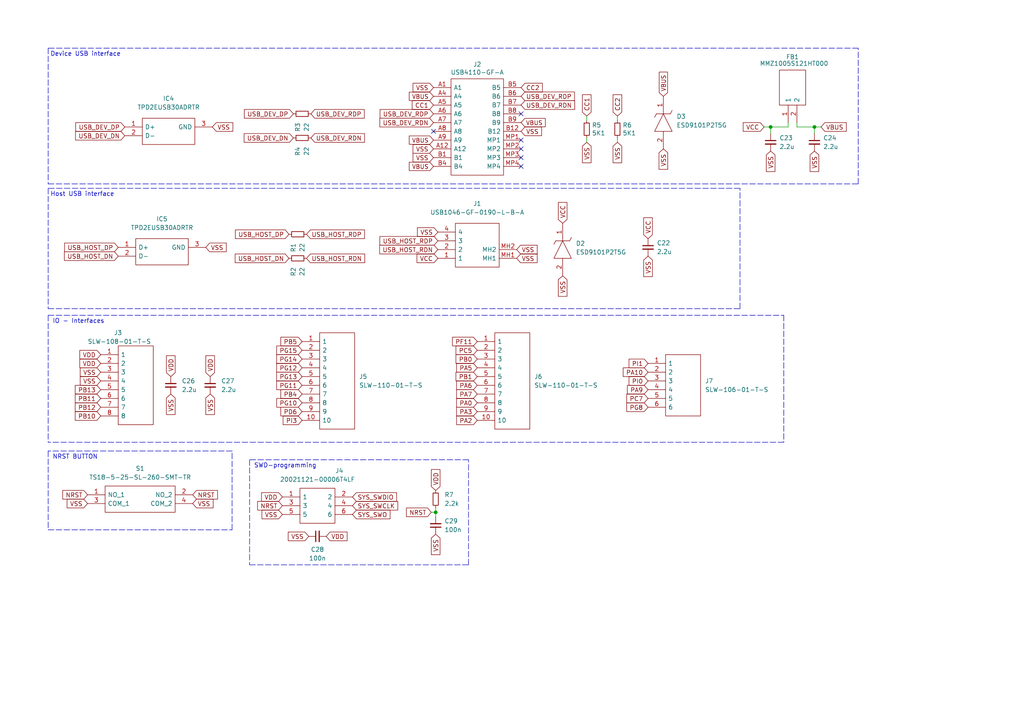
<source format=kicad_sch>
(kicad_sch (version 20211123) (generator eeschema)
  (paper "A4")
  (lib_symbols
    (symbol "Device:C_Small" (pin_numbers hide) (pin_names (offset 0.254) hide)
      (property "Reference" "C" (at 0.254 1.778 0))
      (property "Value" "C_Small" (at 0.254 -2.032 0))
      (symbol "C_Small_0_1"
        (polyline (pts (xy -1.524 -0.508) (xy 1.524 -0.508)) (stroke (width 0.3302)))
        (polyline (pts (xy -1.524 0.508) (xy 1.524 0.508)) (stroke (width 0.3048)))
      )
      (symbol "C_Small_1_1"
        (pin passive line (at 0 2.54 270) (length 2.032) (name "~") (number "1"))
        (pin passive line (at 0 -2.54 90) (length 2.032) (name "~") (number "2"))
      )
    )
    (symbol "Device:R_Small" (pin_numbers hide) (pin_names (offset 0.254) hide)
      (property "Reference" "R" (at 0.762 0.508 0))
      (property "Value" "R_Small" (at 0.762 -1.016 0))
      (symbol "R_Small_0_1"
        (rectangle (start -0.762 1.778) (end 0.762 -1.778) (stroke (width 0.2032)))
      )
      (symbol "R_Small_1_1"
        (pin passive line (at 0 2.54 270) (length 0.762) (name "~") (number "1"))
        (pin passive line (at 0 -2.54 90) (length 0.762) (name "~") (number "2"))
      )
    )
    (symbol "SamacSys_Parts:20021121-00006T4LF" (pin_names (offset 0.762))
      (property "Reference" "J" (at 16.51 7.62 0))
      (property "Value" "20021121-00006T4LF" (at 16.51 5.08 0))
      (symbol "20021121-00006T4LF_0_0"
        (pin passive line (at 0 0 0) (length 5.08) (name "1") (number "1"))
        (pin passive line (at 20.32 0 180) (length 5.08) (name "2") (number "2"))
        (pin passive line (at 0 -2.54 0) (length 5.08) (name "3") (number "3"))
        (pin passive line (at 20.32 -2.54 180) (length 5.08) (name "4") (number "4"))
        (pin passive line (at 0 -5.08 0) (length 5.08) (name "5") (number "5"))
        (pin passive line (at 20.32 -5.08 180) (length 5.08) (name "6") (number "6"))
      )
      (symbol "20021121-00006T4LF_0_1"
        (polyline (pts (xy 5.08 2.54) (xy 15.24 2.54) (xy 15.24 -7.62) (xy 5.08 -7.62) (xy 5.08 2.54)) (stroke (width 0.1524)))
      )
    )
    (symbol "SamacSys_Parts:ESD9101P2T5G" (pin_names (offset 0.762))
      (property "Reference" "D" (at 10.16 8.89 0))
      (property "Value" "ESD9101P2T5G" (at 10.16 6.35 0))
      (symbol "ESD9101P2T5G_0_0"
        (pin passive line (at 0 0 0) (length 5.08) (name "~") (number "1"))
        (pin passive line (at 15.24 0 180) (length 5.08) (name "~") (number "2"))
      )
      (symbol "ESD9101P2T5G_0_1"
        (polyline (pts (xy 4.064 2.54) (xy 5.08 2.032)) (stroke (width 0.1524)))
        (polyline (pts (xy 5.08 -2.032) (xy 5.08 2.032)) (stroke (width 0.1524)))
        (polyline (pts (xy 5.08 -2.032) (xy 6.096 -2.54)) (stroke (width 0.1524)))
        (polyline (pts (xy 5.08 0) (xy 10.16 2.54) (xy 10.16 -2.54) (xy 5.08 0)) (stroke (width 0.1524)))
      )
    )
    (symbol "SamacSys_Parts:MMZ1005S121HT000" (pin_names (offset 0.762))
      (property "Reference" "FB" (at 16.51 7.62 0))
      (property "Value" "MMZ1005S121HT000" (at 16.51 5.08 0))
      (symbol "MMZ1005S121HT000_0_0"
        (pin passive line (at 0 0 0) (length 5.08) (name "1") (number "1"))
        (pin passive line (at 0 -2.54 0) (length 5.08) (name "2") (number "2"))
      )
      (symbol "MMZ1005S121HT000_0_1"
        (polyline (pts (xy 5.08 2.54) (xy 15.24 2.54) (xy 15.24 -5.08) (xy 5.08 -5.08) (xy 5.08 2.54)) (stroke (width 0.1524)))
      )
    )
    (symbol "SamacSys_Parts:SLW-106-01-T-S" (pin_names (offset 0.762))
      (property "Reference" "J" (at 16.51 7.62 0))
      (property "Value" "SLW-106-01-T-S" (at 16.51 5.08 0))
      (symbol "SLW-106-01-T-S_0_0"
        (pin passive line (at 0 0 0) (length 5.08) (name "1") (number "1"))
        (pin passive line (at 0 -2.54 0) (length 5.08) (name "2") (number "2"))
        (pin passive line (at 0 -5.08 0) (length 5.08) (name "3") (number "3"))
        (pin passive line (at 0 -7.62 0) (length 5.08) (name "4") (number "4"))
        (pin passive line (at 0 -10.16 0) (length 5.08) (name "5") (number "5"))
        (pin passive line (at 0 -12.7 0) (length 5.08) (name "6") (number "6"))
      )
      (symbol "SLW-106-01-T-S_0_1"
        (polyline (pts (xy 5.08 2.54) (xy 15.24 2.54) (xy 15.24 -15.24) (xy 5.08 -15.24) (xy 5.08 2.54)) (stroke (width 0.1524)))
      )
    )
    (symbol "SamacSys_Parts:SLW-108-01-T-S" (pin_names (offset 0.762))
      (property "Reference" "J" (at 16.51 7.62 0))
      (property "Value" "SLW-108-01-T-S" (at 16.51 5.08 0))
      (symbol "SLW-108-01-T-S_0_0"
        (pin passive line (at 0 0 0) (length 5.08) (name "1") (number "1"))
        (pin passive line (at 0 -2.54 0) (length 5.08) (name "2") (number "2"))
        (pin passive line (at 0 -5.08 0) (length 5.08) (name "3") (number "3"))
        (pin passive line (at 0 -7.62 0) (length 5.08) (name "4") (number "4"))
        (pin passive line (at 0 -10.16 0) (length 5.08) (name "5") (number "5"))
        (pin passive line (at 0 -12.7 0) (length 5.08) (name "6") (number "6"))
        (pin passive line (at 0 -15.24 0) (length 5.08) (name "7") (number "7"))
        (pin passive line (at 0 -17.78 0) (length 5.08) (name "8") (number "8"))
      )
      (symbol "SLW-108-01-T-S_0_1"
        (polyline (pts (xy 5.08 2.54) (xy 15.24 2.54) (xy 15.24 -20.32) (xy 5.08 -20.32) (xy 5.08 2.54)) (stroke (width 0.1524)))
      )
    )
    (symbol "SamacSys_Parts:SLW-110-01-T-S" (pin_names (offset 0.762))
      (property "Reference" "J" (at 16.51 7.62 0))
      (property "Value" "SLW-110-01-T-S" (at 16.51 5.08 0))
      (symbol "SLW-110-01-T-S_0_0"
        (pin passive line (at 0 0 0) (length 5.08) (name "1") (number "1"))
        (pin passive line (at 0 -22.86 0) (length 5.08) (name "10") (number "10"))
        (pin passive line (at 0 -2.54 0) (length 5.08) (name "2") (number "2"))
        (pin passive line (at 0 -5.08 0) (length 5.08) (name "3") (number "3"))
        (pin passive line (at 0 -7.62 0) (length 5.08) (name "4") (number "4"))
        (pin passive line (at 0 -10.16 0) (length 5.08) (name "5") (number "5"))
        (pin passive line (at 0 -12.7 0) (length 5.08) (name "6") (number "6"))
        (pin passive line (at 0 -15.24 0) (length 5.08) (name "7") (number "7"))
        (pin passive line (at 0 -17.78 0) (length 5.08) (name "8") (number "8"))
        (pin passive line (at 0 -20.32 0) (length 5.08) (name "9") (number "9"))
      )
      (symbol "SLW-110-01-T-S_0_1"
        (polyline (pts (xy 5.08 2.54) (xy 15.24 2.54) (xy 15.24 -25.4) (xy 5.08 -25.4) (xy 5.08 2.54)) (stroke (width 0.1524)))
      )
    )
    (symbol "SamacSys_Parts:TPD2EUSB30ADRTR" (pin_names (offset 0.762))
      (property "Reference" "IC" (at 21.59 7.62 0))
      (property "Value" "TPD2EUSB30ADRTR" (at 21.59 5.08 0))
      (symbol "TPD2EUSB30ADRTR_0_0"
        (pin passive line (at 0 0 0) (length 5.08) (name "D+") (number "1"))
        (pin passive line (at 0 -2.54 0) (length 5.08) (name "D-") (number "2"))
        (pin passive line (at 25.4 0 180) (length 5.08) (name "GND") (number "3"))
      )
      (symbol "TPD2EUSB30ADRTR_0_1"
        (polyline (pts (xy 5.08 2.54) (xy 20.32 2.54) (xy 20.32 -5.08) (xy 5.08 -5.08) (xy 5.08 2.54)) (stroke (width 0.1524)))
      )
    )
    (symbol "SamacSys_Parts:TS18-5-25-SL-260-SMT-TR" (pin_names (offset 0.762))
      (property "Reference" "S" (at 26.67 7.62 0))
      (property "Value" "TS18-5-25-SL-260-SMT-TR" (at 26.67 5.08 0))
      (symbol "TS18-5-25-SL-260-SMT-TR_0_0"
        (pin passive line (at 0 0 0) (length 5.08) (name "NO_1") (number "1"))
        (pin passive line (at 30.48 0 180) (length 5.08) (name "NO_2") (number "2"))
        (pin passive line (at 0 -2.54 0) (length 5.08) (name "COM_1") (number "3"))
        (pin passive line (at 30.48 -2.54 180) (length 5.08) (name "COM_2") (number "4"))
      )
      (symbol "TS18-5-25-SL-260-SMT-TR_0_1"
        (polyline (pts (xy 5.08 2.54) (xy 25.4 2.54) (xy 25.4 -5.08) (xy 5.08 -5.08) (xy 5.08 2.54)) (stroke (width 0.1524)))
      )
    )
    (symbol "SamacSys_Parts:USB1046-GF-0190-L-B-A" (pin_names (offset 0.762))
      (property "Reference" "J" (at 19.05 7.62 0))
      (property "Value" "USB1046-GF-0190-L-B-A" (at 19.05 5.08 0))
      (symbol "USB1046-GF-0190-L-B-A_0_0"
        (pin passive line (at 22.86 0 180) (length 5.08) (name "1") (number "1"))
        (pin passive line (at 22.86 -2.54 180) (length 5.08) (name "2") (number "2"))
        (pin passive line (at 22.86 -5.08 180) (length 5.08) (name "3") (number "3"))
        (pin passive line (at 22.86 -7.62 180) (length 5.08) (name "4") (number "4"))
        (pin passive line (at 0 0 0) (length 5.08) (name "MH1") (number "MH1"))
        (pin passive line (at 0 -2.54 0) (length 5.08) (name "MH2") (number "MH2"))
      )
      (symbol "USB1046-GF-0190-L-B-A_0_1"
        (polyline (pts (xy 5.08 2.54) (xy 17.78 2.54) (xy 17.78 -10.16) (xy 5.08 -10.16) (xy 5.08 2.54)) (stroke (width 0.1524)))
      )
    )
    (symbol "SamacSys_Parts:USB4110-GF-A" (pin_names (offset 0.762))
      (property "Reference" "J" (at 21.59 7.62 0))
      (property "Value" "USB4110-GF-A" (at 21.59 5.08 0))
      (symbol "USB4110-GF-A_0_0"
        (pin passive line (at 0 0 0) (length 5.08) (name "A1") (number "A1"))
        (pin passive line (at 0 -17.78 0) (length 5.08) (name "A12") (number "A12"))
        (pin passive line (at 0 -2.54 0) (length 5.08) (name "A4") (number "A4"))
        (pin passive line (at 0 -5.08 0) (length 5.08) (name "A5") (number "A5"))
        (pin passive line (at 0 -7.62 0) (length 5.08) (name "A6") (number "A6"))
        (pin passive line (at 0 -10.16 0) (length 5.08) (name "A7") (number "A7"))
        (pin passive line (at 0 -12.7 0) (length 5.08) (name "A8") (number "A8"))
        (pin passive line (at 0 -15.24 0) (length 5.08) (name "A9") (number "A9"))
        (pin passive line (at 0 -20.32 0) (length 5.08) (name "B1") (number "B1"))
        (pin passive line (at 25.4 -12.7 180) (length 5.08) (name "B12") (number "B12"))
        (pin passive line (at 0 -22.86 0) (length 5.08) (name "B4") (number "B4"))
        (pin passive line (at 25.4 0 180) (length 5.08) (name "B5") (number "B5"))
        (pin passive line (at 25.4 -2.54 180) (length 5.08) (name "B6") (number "B6"))
        (pin passive line (at 25.4 -5.08 180) (length 5.08) (name "B7") (number "B7"))
        (pin passive line (at 25.4 -7.62 180) (length 5.08) (name "B8") (number "B8"))
        (pin passive line (at 25.4 -10.16 180) (length 5.08) (name "B9") (number "B9"))
        (pin passive line (at 25.4 -15.24 180) (length 5.08) (name "MP1") (number "MP1"))
        (pin passive line (at 25.4 -17.78 180) (length 5.08) (name "MP2") (number "MP2"))
        (pin passive line (at 25.4 -20.32 180) (length 5.08) (name "MP3") (number "MP3"))
        (pin passive line (at 25.4 -22.86 180) (length 5.08) (name "MP4") (number "MP4"))
      )
      (symbol "USB4110-GF-A_0_1"
        (polyline (pts (xy 5.08 2.54) (xy 20.32 2.54) (xy 20.32 -25.4) (xy 5.08 -25.4) (xy 5.08 2.54)) (stroke (width 0.1524)))
      )
    )
  )
  (junction (at 236.22 36.83))
  (junction (at 223.52 36.83))
  (junction (at 126.365 148.59))
  (no_connect (at 151.13 33.02))
  (no_connect (at 151.13 48.26))
  (no_connect (at 151.13 45.72))
  (no_connect (at 151.13 40.64))
  (no_connect (at 125.73 38.1))
  (no_connect (at 151.13 43.18))
  (wire (pts (xy 236.22 36.83) (xy 231.14 36.83)))
  (wire (pts (xy 126.365 148.59) (xy 126.365 149.86)))
  (wire (pts (xy 238.125 36.83) (xy 236.22 36.83)))
  (polyline (pts (xy 135.89 133.35) (xy 72.39 133.35)))
  (wire (pts (xy 179.07 41.275) (xy 179.07 40.005)))
  (wire (pts (xy 223.52 36.83) (xy 228.6 36.83)))
  (wire (pts (xy 125.095 148.59) (xy 126.365 148.59)))
  (polyline (pts (xy 13.97 91.44) (xy 13.97 128.27)))
  (polyline (pts (xy 227.33 128.27) (xy 13.97 128.27)))
  (polyline (pts (xy 13.97 54.61) (xy 13.97 89.535)))
  (polyline (pts (xy 13.97 130.81) (xy 13.97 153.67)))
  (wire (pts (xy 170.18 41.275) (xy 170.18 40.005)))
  (polyline (pts (xy 67.31 130.81) (xy 13.97 130.81)))
  (polyline (pts (xy 227.33 91.44) (xy 227.33 128.27)))
  (polyline (pts (xy 13.97 53.34) (xy 248.92 53.34)))
  (polyline (pts (xy 13.97 13.97) (xy 13.97 53.34)))
  (wire (pts (xy 228.6 36.83) (xy 228.6 35.56)))
  (wire (pts (xy 236.22 36.83) (xy 236.22 38.735)))
  (polyline (pts (xy 248.92 13.97) (xy 13.97 13.97)))
  (polyline (pts (xy 67.31 153.67) (xy 67.31 130.81)))
  (wire (pts (xy 221.615 36.83) (xy 223.52 36.83)))
  (wire (pts (xy 231.14 36.83) (xy 231.14 35.56)))
  (wire (pts (xy 170.18 33.655) (xy 170.18 34.925)))
  (polyline (pts (xy 13.97 89.535) (xy 214.63 89.535)))
  (polyline (pts (xy 214.63 54.61) (xy 13.97 54.61)))
  (polyline (pts (xy 13.97 153.67) (xy 67.31 153.67)))
  (polyline (pts (xy 13.97 91.44) (xy 227.33 91.44)))
  (polyline (pts (xy 72.39 163.83) (xy 135.89 163.83)))
  (polyline (pts (xy 135.89 163.83) (xy 135.89 133.35)))
  (polyline (pts (xy 214.63 89.535) (xy 214.63 54.61)))
  (polyline (pts (xy 248.92 53.34) (xy 248.92 13.97)))
  (wire (pts (xy 179.07 33.655) (xy 179.07 34.925)))
  (wire (pts (xy 223.52 36.83) (xy 223.52 38.735)))
  (polyline (pts (xy 72.39 133.35) (xy 72.39 163.83)))
  (wire (pts (xy 126.365 147.32) (xy 126.365 148.59)))
  (text "NRST BUTTON" (at 15.24 133.35 0) (effects (font (size 1.27 1.27)) (justify left bottom)))
  (text "Device USB interface" (at 14.605 16.51 0) (effects (font (size 1.27 1.27)) (justify left bottom)))
  (text "SWD-programming" (at 73.66 135.89 0) (effects (font (size 1.27 1.27)) (justify left bottom)))
  (text "Host USB interface" (at 14.605 57.15 0) (effects (font (size 1.27 1.27)) (justify left bottom)))
  (text "IO - Interfaces" (at 15.24 93.98 0) (effects (font (size 1.27 1.27)) (justify left bottom)))
  (global_label "PB10" (shape input) (at 29.21 120.65 180) (property "Intersheet References" "${INTERSHEET_REFS}" (effects hide)))
  (global_label "PG11" (shape input) (at 87.63 111.76 180) (property "Intersheet References" "${INTERSHEET_REFS}" (effects hide)))
  (global_label "PA5" (shape input) (at 138.43 106.68 180) (property "Intersheet References" "${INTERSHEET_REFS}" (effects hide)))
  (global_label "PA10" (shape input) (at 187.96 107.95 180) (property "Intersheet References" "${INTERSHEET_REFS}" (effects hide)))
  (global_label "VSS" (shape input) (at 127 67.31 180) (property "Intersheet References" "${INTERSHEET_REFS}" (effects hide)))
  (global_label "VDD" (shape input) (at 29.21 102.87 180) (property "Intersheet References" "${INTERSHEET_REFS}" (effects hide)))
  (global_label "PA0" (shape input) (at 138.43 116.84 180) (property "Intersheet References" "${INTERSHEET_REFS}" (effects hide)))
  (global_label "VSS" (shape input) (at 126.365 154.94 270) (property "Intersheet References" "${INTERSHEET_REFS}" (effects hide)))
  (global_label "VBUS" (shape input) (at 125.73 27.94 180) (effects (font (size 1.2192 1.2192))) (property "Intersheet References" "${INTERSHEET_REFS}" (effects hide)))
  (global_label "NRST" (shape input) (at 81.915 146.685 180) (property "Intersheet References" "${INTERSHEET_REFS}" (effects hide)))
  (global_label "VSS" (shape input) (at 192.405 43.18 270) (property "Intersheet References" "${INTERSHEET_REFS}" (effects hide)))
  (global_label "VDD" (shape input) (at 49.53 109.22 90) (property "Intersheet References" "${INTERSHEET_REFS}" (effects hide)))
  (global_label "USB_DEV_RDP" (shape input) (at 151.13 27.94 0) (property "Intersheet References" "${INTERSHEET_REFS}" (effects hide)))
  (global_label "CC1" (shape input) (at 170.18 33.655 90) (property "Intersheet References" "${INTERSHEET_REFS}" (effects hide)))
  (global_label "USB_DEV_DN" (shape input) (at 85.09 40.005 180) (property "Intersheet References" "${INTERSHEET_REFS}" (effects hide)))
  (global_label "VDD" (shape input) (at 29.21 105.41 180) (property "Intersheet References" "${INTERSHEET_REFS}" (effects hide)))
  (global_label "CC2" (shape input) (at 179.07 33.655 90) (property "Intersheet References" "${INTERSHEET_REFS}" (effects hide)))
  (global_label "PF11" (shape input) (at 138.43 99.06 180) (property "Intersheet References" "${INTERSHEET_REFS}" (effects hide)))
  (global_label "USB_DEV_RDP" (shape input) (at 125.73 33.02 180) (property "Intersheet References" "${INTERSHEET_REFS}" (effects hide)))
  (global_label "NRST" (shape input) (at 25.4 143.51 180) (property "Intersheet References" "${INTERSHEET_REFS}" (effects hide)))
  (global_label "VSS" (shape input) (at 125.73 45.72 180) (property "Intersheet References" "${INTERSHEET_REFS}" (effects hide)))
  (global_label "PB13" (shape input) (at 29.21 113.03 180) (property "Intersheet References" "${INTERSHEET_REFS}" (effects hide)))
  (global_label "VSS" (shape input) (at 223.52 43.815 270) (property "Intersheet References" "${INTERSHEET_REFS}" (effects hide)))
  (global_label "PG12" (shape input) (at 87.63 106.68 180) (property "Intersheet References" "${INTERSHEET_REFS}" (effects hide)))
  (global_label "VCC" (shape input) (at 221.615 36.83 180) (property "Intersheet References" "${INTERSHEET_REFS}" (effects hide)))
  (global_label "USB_DEV_DN" (shape input) (at 36.195 39.37 180) (property "Intersheet References" "${INTERSHEET_REFS}" (effects hide)))
  (global_label "VSS" (shape input) (at 149.86 72.39 0) (property "Intersheet References" "${INTERSHEET_REFS}" (effects hide)))
  (global_label "PG15" (shape input) (at 87.63 101.6 180) (property "Intersheet References" "${INTERSHEET_REFS}" (effects hide)))
  (global_label "VSS" (shape input) (at 55.88 146.05 0) (property "Intersheet References" "${INTERSHEET_REFS}" (effects hide)))
  (global_label "VBUS" (shape input) (at 125.73 48.26 180) (effects (font (size 1.2192 1.2192))) (property "Intersheet References" "${INTERSHEET_REFS}" (effects hide)))
  (global_label "VBUS" (shape input) (at 125.73 40.64 180) (effects (font (size 1.2192 1.2192))) (property "Intersheet References" "${INTERSHEET_REFS}" (effects hide)))
  (global_label "USB_HOST_RDP" (shape input) (at 88.9 67.945 0) (property "Intersheet References" "${INTERSHEET_REFS}" (effects hide)))
  (global_label "USB_HOST_RDP" (shape input) (at 127 69.85 180) (property "Intersheet References" "${INTERSHEET_REFS}" (effects hide)))
  (global_label "VBUS" (shape input) (at 192.405 27.94 90) (effects (font (size 1.2192 1.2192))) (property "Intersheet References" "${INTERSHEET_REFS}" (effects hide)))
  (global_label "USB_DEV_DP" (shape input) (at 85.09 33.02 180) (property "Intersheet References" "${INTERSHEET_REFS}" (effects hide)))
  (global_label "USB_HOST_DN" (shape input) (at 83.82 74.93 180) (property "Intersheet References" "${INTERSHEET_REFS}" (effects hide)))
  (global_label "VBUS" (shape input) (at 238.125 36.83 0) (property "Intersheet References" "${INTERSHEET_REFS}" (effects hide)))
  (global_label "PB0" (shape input) (at 138.43 104.14 180) (property "Intersheet References" "${INTERSHEET_REFS}" (effects hide)))
  (global_label "VSS" (shape input) (at 61.595 36.83 0) (property "Intersheet References" "${INTERSHEET_REFS}" (effects hide)))
  (global_label "VSS" (shape input) (at 163.195 80.01 270) (property "Intersheet References" "${INTERSHEET_REFS}" (effects hide)))
  (global_label "CC2" (shape input) (at 151.13 25.4 0) (property "Intersheet References" "${INTERSHEET_REFS}" (effects hide)))
  (global_label "USB_DEV_RDP" (shape input) (at 90.17 33.02 0) (property "Intersheet References" "${INTERSHEET_REFS}" (effects hide)))
  (global_label "VSS" (shape input) (at 125.73 43.18 180) (property "Intersheet References" "${INTERSHEET_REFS}" (effects hide)))
  (global_label "VSS" (shape input) (at 179.07 41.275 270) (property "Intersheet References" "${INTERSHEET_REFS}" (effects hide)))
  (global_label "VSS" (shape input) (at 59.69 71.755 0) (property "Intersheet References" "${INTERSHEET_REFS}" (effects hide)))
  (global_label "USB_DEV_RDN" (shape input) (at 151.13 30.48 0) (property "Intersheet References" "${INTERSHEET_REFS}" (effects hide)))
  (global_label "PC7" (shape input) (at 187.96 115.57 180) (property "Intersheet References" "${INTERSHEET_REFS}" (effects hide)))
  (global_label "PB5" (shape input) (at 87.63 99.06 180) (property "Intersheet References" "${INTERSHEET_REFS}" (effects hide)))
  (global_label "SYS_SWCLK" (shape input) (at 102.235 146.685 0) (property "Intersheet References" "${INTERSHEET_REFS}" (effects hide)))
  (global_label "PG10" (shape input) (at 87.63 116.84 180) (property "Intersheet References" "${INTERSHEET_REFS}" (effects hide)))
  (global_label "VSS" (shape input) (at 29.21 110.49 180) (property "Intersheet References" "${INTERSHEET_REFS}" (effects hide)))
  (global_label "PI3" (shape input) (at 87.63 121.92 180) (property "Intersheet References" "${INTERSHEET_REFS}" (effects hide)))
  (global_label "USB_DEV_RDN" (shape input) (at 125.73 35.56 180) (property "Intersheet References" "${INTERSHEET_REFS}" (effects hide)))
  (global_label "VSS" (shape input) (at 149.86 74.93 0) (property "Intersheet References" "${INTERSHEET_REFS}" (effects hide)))
  (global_label "PG14" (shape input) (at 87.63 104.14 180) (property "Intersheet References" "${INTERSHEET_REFS}" (effects hide)))
  (global_label "VSS" (shape input) (at 60.96 114.3 270) (property "Intersheet References" "${INTERSHEET_REFS}" (effects hide)))
  (global_label "PB12" (shape input) (at 29.21 118.11 180) (property "Intersheet References" "${INTERSHEET_REFS}" (effects hide)))
  (global_label "VSS" (shape input) (at 25.4 146.05 180) (property "Intersheet References" "${INTERSHEET_REFS}" (effects hide)))
  (global_label "VSS" (shape input) (at 125.73 25.4 180) (property "Intersheet References" "${INTERSHEET_REFS}" (effects hide)))
  (global_label "VCC" (shape input) (at 163.195 64.77 90) (property "Intersheet References" "${INTERSHEET_REFS}" (effects hide)))
  (global_label "USB_HOST_RDN" (shape input) (at 127 72.39 180) (property "Intersheet References" "${INTERSHEET_REFS}" (effects hide)))
  (global_label "VDD" (shape input) (at 94.615 155.575 0) (property "Intersheet References" "${INTERSHEET_REFS}" (effects hide)))
  (global_label "PB4" (shape input) (at 87.63 114.3 180) (property "Intersheet References" "${INTERSHEET_REFS}" (effects hide)))
  (global_label "PI1" (shape input) (at 187.96 105.41 180) (property "Intersheet References" "${INTERSHEET_REFS}" (effects hide)))
  (global_label "VCC" (shape input) (at 187.96 69.215 90) (property "Intersheet References" "${INTERSHEET_REFS}" (effects hide)))
  (global_label "PC5" (shape input) (at 138.43 101.6 180) (property "Intersheet References" "${INTERSHEET_REFS}" (effects hide)))
  (global_label "PA3" (shape input) (at 138.43 119.38 180) (property "Intersheet References" "${INTERSHEET_REFS}" (effects hide)))
  (global_label "VDD" (shape input) (at 60.96 109.22 90) (property "Intersheet References" "${INTERSHEET_REFS}" (effects hide)))
  (global_label "VDD" (shape input) (at 81.915 144.145 180) (property "Intersheet References" "${INTERSHEET_REFS}" (effects hide)))
  (global_label "PG8" (shape input) (at 187.96 118.11 180) (property "Intersheet References" "${INTERSHEET_REFS}" (effects hide)))
  (global_label "PI0" (shape input) (at 187.96 110.49 180) (property "Intersheet References" "${INTERSHEET_REFS}" (effects hide)))
  (global_label "PA2" (shape input) (at 138.43 121.92 180) (property "Intersheet References" "${INTERSHEET_REFS}" (effects hide)))
  (global_label "VDD" (shape input) (at 126.365 142.24 90) (property "Intersheet References" "${INTERSHEET_REFS}" (effects hide)))
  (global_label "VCC" (shape input) (at 127 74.93 180) (property "Intersheet References" "${INTERSHEET_REFS}" (effects hide)))
  (global_label "USB_HOST_DN" (shape input) (at 34.29 74.295 180) (property "Intersheet References" "${INTERSHEET_REFS}" (effects hide)))
  (global_label "VSS" (shape input) (at 187.96 74.295 270) (property "Intersheet References" "${INTERSHEET_REFS}" (effects hide)))
  (global_label "NRST" (shape input) (at 55.88 143.51 0) (property "Intersheet References" "${INTERSHEET_REFS}" (effects hide)))
  (global_label "PB11" (shape input) (at 29.21 115.57 180) (property "Intersheet References" "${INTERSHEET_REFS}" (effects hide)))
  (global_label "VSS" (shape input) (at 49.53 114.3 270) (property "Intersheet References" "${INTERSHEET_REFS}" (effects hide)))
  (global_label "CC1" (shape input) (at 125.73 30.48 180) (property "Intersheet References" "${INTERSHEET_REFS}" (effects hide)))
  (global_label "VSS" (shape input) (at 81.915 149.225 180) (property "Intersheet References" "${INTERSHEET_REFS}" (effects hide)))
  (global_label "PA6" (shape input) (at 138.43 111.76 180) (property "Intersheet References" "${INTERSHEET_REFS}" (effects hide)))
  (global_label "USB_DEV_DP" (shape input) (at 36.195 36.83 180) (property "Intersheet References" "${INTERSHEET_REFS}" (effects hide)))
  (global_label "USB_HOST_DP" (shape input) (at 83.82 67.945 180) (property "Intersheet References" "${INTERSHEET_REFS}" (effects hide)))
  (global_label "VBUS" (shape input) (at 151.13 35.56 0) (effects (font (size 1.2192 1.2192))) (property "Intersheet References" "${INTERSHEET_REFS}" (effects hide)))
  (global_label "VSS" (shape input) (at 151.13 38.1 0) (property "Intersheet References" "${INTERSHEET_REFS}" (effects hide)))
  (global_label "USB_DEV_RDN" (shape input) (at 90.17 40.005 0) (property "Intersheet References" "${INTERSHEET_REFS}" (effects hide)))
  (global_label "PD6" (shape input) (at 87.63 119.38 180) (property "Intersheet References" "${INTERSHEET_REFS}" (effects hide)))
  (global_label "USB_HOST_DP" (shape input) (at 34.29 71.755 180) (property "Intersheet References" "${INTERSHEET_REFS}" (effects hide)))
  (global_label "VSS" (shape input) (at 170.18 41.275 270) (property "Intersheet References" "${INTERSHEET_REFS}" (effects hide)))
  (global_label "PA7" (shape input) (at 138.43 114.3 180) (property "Intersheet References" "${INTERSHEET_REFS}" (effects hide)))
  (global_label "SYS_SWDIO" (shape input) (at 102.235 144.145 0) (property "Intersheet References" "${INTERSHEET_REFS}" (effects hide)))
  (global_label "PA9" (shape input) (at 187.96 113.03 180) (property "Intersheet References" "${INTERSHEET_REFS}" (effects hide)))
  (global_label "VSS" (shape input) (at 29.21 107.95 180) (property "Intersheet References" "${INTERSHEET_REFS}" (effects hide)))
  (global_label "NRST" (shape input) (at 125.095 148.59 180) (property "Intersheet References" "${INTERSHEET_REFS}" (effects hide)))
  (global_label "SYS_SWO" (shape input) (at 102.235 149.225 0) (property "Intersheet References" "${INTERSHEET_REFS}" (effects hide)))
  (global_label "PB1" (shape input) (at 138.43 109.22 180) (property "Intersheet References" "${INTERSHEET_REFS}" (effects hide)))
  (global_label "USB_HOST_RDN" (shape input) (at 88.9 74.93 0) (property "Intersheet References" "${INTERSHEET_REFS}" (effects hide)))
  (global_label "PG13" (shape input) (at 87.63 109.22 180) (property "Intersheet References" "${INTERSHEET_REFS}" (effects hide)))
  (global_label "VSS" (shape input) (at 89.535 155.575 180) (property "Intersheet References" "${INTERSHEET_REFS}" (effects hide)))
  (global_label "VSS" (shape input) (at 236.22 43.815 270) (property "Intersheet References" "${INTERSHEET_REFS}" (effects hide)))
  (symbol (lib_id "Device:R_Small") (at 87.63 40.005 90) (mirror x) (unit 1)
    (property "Reference" "R4" (at 86.3599 42.545 0) (effects (justify left)))
    (property "Value" "22" (at 88.8999 42.545 0) (effects (justify left)))
    (property "Footprint" "Resistor_SMD:R_0402_1005Metric" (effects hide))
  )
  (symbol (lib_id "Device:C_Small") (at 223.52 41.275 0) (unit 1)
    (property "Reference" "C23" (at 226.06 40.0112 0) (effects (justify left)))
    (property "Value" "2.2u" (at 226.06 42.5512 0) (effects (justify left)))
    (property "Footprint" "Capacitor_SMD:C_0603_1608Metric" (effects hide))
  )
  (symbol (lib_id "Device:C_Small") (at 92.075 155.575 90) (unit 1)
    (property "Reference" "C28" (at 92.0813 159.385 90))
    (property "Value" "100n" (at 92.0813 161.925 90))
    (property "Footprint" "Capacitor_SMD:C_0402_1005Metric" (effects hide))
  )
  (symbol (lib_id "Device:C_Small") (at 187.96 71.755 0) (unit 1)
    (property "Reference" "C22" (at 190.5 70.4912 0) (effects (justify left)))
    (property "Value" "2.2u" (at 190.5 73.0312 0) (effects (justify left)))
    (property "Footprint" "Capacitor_SMD:C_0603_1608Metric" (effects hide))
  )
  (symbol (lib_id "SamacSys_Parts:TPD2EUSB30ADRTR") (at 36.195 36.83 0) (unit 1)
    (property "Reference" "IC4" (at 48.895 28.575 0))
    (property "Value" "TPD2EUSB30ADRTR" (at 48.895 31.115 0))
    (property "Footprint" "SamacSys_Parts:SOT35P100X50-3N" (effects hide))
    (property "Datasheet" "http://www.ti.com/lit/gpn/tpd2eusb30a" (effects hide))
    (property "Description" "2-Channel ESD/Surge Solution for High-Speed Low-Voltage Interface" (effects hide))
    (property "Mouser Part Number" "595-TPD2EUSB30ADRTR" (effects hide))
    (property "Mouser Price/Stock" "https://www.mouser.co.uk/ProductDetail/Texas-Instruments/TPD2EUSB30ADRTR?qs=O1HRStiETCgOfMa6oTfOlg%3D%3D" (effects hide))
    (property "Manufacturer_Name" "Texas Instruments" (effects hide))
    (property "Manufacturer_Part_Number" "TPD2EUSB30ADRTR" (effects hide))
  )
  (symbol (lib_id "SamacSys_Parts:TS18-5-25-SL-260-SMT-TR") (at 25.4 143.51 0) (unit 1)
    (property "Reference" "S1" (at 40.64 135.89 0))
    (property "Value" "TS18-5-25-SL-260-SMT-TR" (at 40.64 138.43 0))
    (property "Footprint" "SamacSys_Parts:TS18525SL260SMTTR" (effects hide))
    (property "Description" "TACTILE SWITCH 5 X 5 MM, 2.5 MM ACTUATOR HEIGHT  0.05A @ 12VDC 	 Surface Mount  -30C ~{} 80C" (effects hide))
    (property "Height" "2.5" (effects hide))
    (property "Mouser Part Number" "179-TS18525SL260SMTT" (effects hide))
    (property "Mouser Price/Stock" "https://www.mouser.co.uk/ProductDetail/CUI-Devices/TS18-5-25-SL-260-SMT-TR?qs=tlsG%2FOw5FFh0yS4gYnfcwg%3D%3D" (effects hide))
    (property "Manufacturer_Name" "CUI Devices" (effects hide))
    (property "Manufacturer_Part_Number" "TS18-5-25-SL-260-SMT-TR" (effects hide))
  )
  (symbol (lib_id "Device:R_Small") (at 179.07 37.465 0) (unit 1)
    (property "Reference" "R6" (at 180.5686 36.2966 0) (effects (justify left)))
    (property "Value" "5K1" (at 180.5686 38.608 0) (effects (justify left)))
    (property "Footprint" "Resistor_SMD:R_0402_1005Metric" (effects hide))
  )
  (symbol (lib_id "Device:C_Small") (at 49.53 111.76 0) (unit 1)
    (property "Reference" "C26" (at 52.705 110.4962 0) (effects (justify left)))
    (property "Value" "2.2u" (at 52.705 113.0362 0) (effects (justify left)))
    (property "Footprint" "Capacitor_SMD:C_0603_1608Metric" (effects hide))
  )
  (symbol (lib_id "Device:R_Small") (at 86.36 67.945 90) (mirror x) (unit 1)
    (property "Reference" "R1" (at 85.0899 70.485 0) (effects (justify left)))
    (property "Value" "22" (at 87.6299 70.485 0) (effects (justify left)))
    (property "Footprint" "Resistor_SMD:R_0402_1005Metric" (effects hide))
  )
  (symbol (lib_id "SamacSys_Parts:ESD9101P2T5G") (at 163.195 64.77 270) (unit 1)
    (property "Reference" "D2" (at 167.005 70.6119 90) (effects (justify left)))
    (property "Value" "ESD9101P2T5G" (at 167.005 73.1519 90) (effects (justify left)))
    (property "Footprint" "SamacSys_Parts:SODFL1006X40N" (effects hide))
    (property "Datasheet" "http://www.onsemi.com/pub/Collateral/ESD9101-D.PDF" (effects hide))
    (property "Description" "Low Capacitance ESD Protection Diodes for High Speed Data Lines" (effects hide))
    (property "Height" "0.4" (effects hide))
    (property "Mouser Part Number" "863-ESD9101P2T5G" (effects hide))
    (property "Mouser Price/Stock" "https://www.mouser.co.uk/ProductDetail/onsemi/ESD9101P2T5G?qs=5aG0NVq1C4ySlMx2D5w2xw%3D%3D" (effects hide))
    (property "Manufacturer_Name" "onsemi" (effects hide))
    (property "Manufacturer_Part_Number" "ESD9101P2T5G" (effects hide))
  )
  (symbol (lib_id "Device:R_Small") (at 126.365 144.78 180) (unit 1)
    (property "Reference" "R7" (at 128.905 143.5099 0) (effects (justify right)))
    (property "Value" "2.2k" (at 128.905 146.0499 0) (effects (justify right)))
    (property "Footprint" "Resistor_SMD:R_0402_1005Metric" (effects hide))
  )
  (symbol (lib_id "SamacSys_Parts:SLW-106-01-T-S") (at 187.96 105.41 0) (unit 1)
    (property "Reference" "J7" (at 204.47 110.4899 0) (effects (justify left)))
    (property "Value" "SLW-106-01-T-S" (at 204.47 113.0299 0) (effects (justify left)))
    (property "Footprint" "SamacSys_Parts:SLW-106-01-X-S" (effects hide))
    (property "Datasheet" "http://suddendocs.samtec.com/prints/slw-1xx-01-x-x-mkt.pdf" (effects hide))
    (property "Description" "6 Position, .100&quot; Tiger Buy&trade; Low Profile Socket Strip, Single-Row" (effects hide))
    (property "Mouser Part Number" "200-SLW10601TS" (effects hide))
    (property "Mouser Price/Stock" "https://www.mouser.co.uk/ProductDetail/Samtec/SLW-106-01-T-S?qs=92ilVni64gwgeQzrY9annQ%3D%3D" (effects hide))
    (property "Manufacturer_Name" "SAMTEC" (effects hide))
    (property "Manufacturer_Part_Number" "SLW-106-01-T-S" (effects hide))
  )
  (symbol (lib_id "SamacSys_Parts:SLW-108-01-T-S") (at 29.21 102.87 0) (unit 1)
    (property "Reference" "J3" (at 33.02 96.52 0) (effects (justify left)))
    (property "Value" "SLW-108-01-T-S" (at 25.4 99.06 0) (effects (justify left)))
    (property "Footprint" "SamacSys_Parts:SLW-108-01-X-S" (effects hide))
    (property "Datasheet" "https://componentsearchengine.com/Datasheets/1/SLW-108-01-T-S.pdf" (effects hide))
    (property "Description" "8 Position, .100&quot; Tiger Buy&trade; Low Profile Socket Strip, Single-Row" (effects hide))
    (property "Mouser Part Number" "200-SLW10801TS" (effects hide))
    (property "Mouser Price/Stock" "https://www.mouser.com/Search/Refine.aspx?Keyword=200-SLW10801TS" (effects hide))
    (property "Manufacturer_Name" "SAMTEC" (effects hide))
    (property "Manufacturer_Part_Number" "SLW-108-01-T-S" (effects hide))
  )
  (symbol (lib_id "SamacSys_Parts:MMZ1005S121HT000") (at 228.6 35.56 90) (unit 1)
    (property "Reference" "FB1" (at 227.965 16.51 90) (effects (justify right)))
    (property "Value" "MMZ1005S121HT000" (at 220.345 18.415 90) (effects (justify right)))
    (property "Footprint" "SamacSys_Parts:BEADC1005X55N" (effects hide))
    (property "Datasheet" "https://product.tdk.com/system/files/dam/doc/product/emc/emc/beads/catalog/beads_commercial_signal_mmz1005-h_en.pdf" (effects hide))
    (property "Description" "Ferrite Beads 0402 120ohms 25% General Signal Line" (effects hide))
    (property "Height" "0.55" (effects hide))
    (property "Mouser Part Number" "810-MMZ1005S121HT000" (effects hide))
    (property "Mouser Price/Stock" "https://www.mouser.co.uk/ProductDetail/TDK/MMZ1005S121HT000?qs=1mbolxNpo8cEy9%252BGeuXdTw%3D%3D" (effects hide))
    (property "Manufacturer_Name" "TDK" (effects hide))
    (property "Manufacturer_Part_Number" "MMZ1005S121HT000" (effects hide))
  )
  (symbol (lib_id "Device:C_Small") (at 126.365 152.4 180) (unit 1)
    (property "Reference" "C29" (at 128.905 151.1235 0) (effects (justify right)))
    (property "Value" "100n" (at 128.905 153.6635 0) (effects (justify right)))
    (property "Footprint" "Capacitor_SMD:C_0402_1005Metric" (effects hide))
  )
  (symbol (lib_id "Device:R_Small") (at 86.36 74.93 90) (mirror x) (unit 1)
    (property "Reference" "R2" (at 85.0899 77.47 0) (effects (justify left)))
    (property "Value" "22" (at 87.6299 77.47 0) (effects (justify left)))
    (property "Footprint" "Resistor_SMD:R_0402_1005Metric" (effects hide))
  )
  (symbol (lib_id "Device:C_Small") (at 60.96 111.76 0) (unit 1)
    (property "Reference" "C27" (at 64.135 110.4962 0) (effects (justify left)))
    (property "Value" "2.2u" (at 64.135 113.0362 0) (effects (justify left)))
    (property "Footprint" "Capacitor_SMD:C_0603_1608Metric" (effects hide))
  )
  (symbol (lib_id "Device:C_Small") (at 236.22 41.275 0) (unit 1)
    (property "Reference" "C24" (at 238.76 40.0112 0) (effects (justify left)))
    (property "Value" "2.2u" (at 238.76 42.5512 0) (effects (justify left)))
    (property "Footprint" "Capacitor_SMD:C_0603_1608Metric" (effects hide))
  )
  (symbol (lib_id "SamacSys_Parts:USB1046-GF-0190-L-B-A") (at 149.86 74.93 180) (unit 1)
    (property "Reference" "J1" (at 138.43 59.055 0))
    (property "Value" "USB1046-GF-0190-L-B-A" (at 138.43 61.595 0))
    (property "Footprint" "SamacSys_Parts:USB1046GF0190LBA" (effects hide))
    (property "Datasheet" "https://gct.co/files/drawings/usb1046.pdf?v=ccb5d20d-0631-4297-aa3c-9c34fccf9fbc" (effects hide))
    (property "Description" "USB Connectors USB A Skt, Top Mount, SMT, R/A, GF, Black, With 1.9mm shell stake, T&R" (effects hide))
    (property "Height" "7.2" (effects hide))
    (property "Mouser Part Number" "640-USB1046GF0190LBA" (effects hide))
    (property "Mouser Price/Stock" "https://www.mouser.co.uk/ProductDetail/GCT/USB1046-GF-0190-L-B-A?qs=KUoIvG%2F9IlbZOJtEsn1unA%3D%3D" (effects hide))
    (property "Manufacturer_Name" "GCT (GLOBAL CONNECTOR TECHNOLOGY)" (effects hide))
    (property "Manufacturer_Part_Number" "USB1046-GF-0190-L-B-A" (effects hide))
  )
  (symbol (lib_id "SamacSys_Parts:TPD2EUSB30ADRTR") (at 34.29 71.755 0) (unit 1)
    (property "Reference" "IC5" (at 46.99 63.5 0))
    (property "Value" "TPD2EUSB30ADRTR" (at 46.99 66.04 0))
    (property "Footprint" "SamacSys_Parts:SOT35P100X50-3N" (effects hide))
    (property "Datasheet" "http://www.ti.com/lit/gpn/tpd2eusb30a" (effects hide))
    (property "Description" "2-Channel ESD/Surge Solution for High-Speed Low-Voltage Interface" (effects hide))
    (property "Mouser Part Number" "595-TPD2EUSB30ADRTR" (effects hide))
    (property "Mouser Price/Stock" "https://www.mouser.co.uk/ProductDetail/Texas-Instruments/TPD2EUSB30ADRTR?qs=O1HRStiETCgOfMa6oTfOlg%3D%3D" (effects hide))
    (property "Manufacturer_Name" "Texas Instruments" (effects hide))
    (property "Manufacturer_Part_Number" "TPD2EUSB30ADRTR" (effects hide))
  )
  (symbol (lib_id "Device:R_Small") (at 87.63 33.02 90) (mirror x) (unit 1)
    (property "Reference" "R3" (at 86.3599 35.56 0) (effects (justify left)))
    (property "Value" "22" (at 88.8999 35.56 0) (effects (justify left)))
    (property "Footprint" "Resistor_SMD:R_0402_1005Metric" (effects hide))
  )
  (symbol (lib_id "Device:R_Small") (at 170.18 37.465 0) (unit 1)
    (property "Reference" "R5" (at 171.6786 36.2966 0) (effects (justify left)))
    (property "Value" "5K1" (at 171.6786 38.608 0) (effects (justify left)))
    (property "Footprint" "Resistor_SMD:R_0402_1005Metric" (effects hide))
  )
  (symbol (lib_id "SamacSys_Parts:ESD9101P2T5G") (at 192.405 27.94 270) (unit 1)
    (property "Reference" "D3" (at 196.215 33.7819 90) (effects (justify left)))
    (property "Value" "ESD9101P2T5G" (at 196.215 36.3219 90) (effects (justify left)))
    (property "Footprint" "SamacSys_Parts:SODFL1006X40N" (effects hide))
    (property "Datasheet" "http://www.onsemi.com/pub/Collateral/ESD9101-D.PDF" (effects hide))
    (property "Description" "Low Capacitance ESD Protection Diodes for High Speed Data Lines" (effects hide))
    (property "Height" "0.4" (effects hide))
    (property "Mouser Part Number" "863-ESD9101P2T5G" (effects hide))
    (property "Mouser Price/Stock" "https://www.mouser.co.uk/ProductDetail/onsemi/ESD9101P2T5G?qs=5aG0NVq1C4ySlMx2D5w2xw%3D%3D" (effects hide))
    (property "Manufacturer_Name" "onsemi" (effects hide))
    (property "Manufacturer_Part_Number" "ESD9101P2T5G" (effects hide))
  )
  (symbol (lib_id "SamacSys_Parts:SLW-110-01-T-S") (at 87.63 99.06 0) (unit 1)
    (property "Reference" "J5" (at 104.14 109.2199 0) (effects (justify left)))
    (property "Value" "SLW-110-01-T-S" (at 104.14 111.7599 0) (effects (justify left)))
    (property "Footprint" "SamacSys_Parts:SLW-110-01-X-S" (effects hide))
    (property "Datasheet" "http://suddendocs.samtec.com/prints/slw-1xx-01-x-x-mkt.pdf" (effects hide))
    (property "Description" "10 Position, .100&quot; Tiger Buy&trade; Low Profile Socket Strip, Single-Row" (effects hide))
    (property "Height" "4.57" (effects hide))
    (property "Mouser Part Number" "200-SLW11001TS" (effects hide))
    (property "Mouser Price/Stock" "https://www.mouser.co.uk/ProductDetail/Samtec/SLW-110-01-T-S?qs=WqbWUrltBn0VpUHXVPrl6A%3D%3D" (effects hide))
    (property "Manufacturer_Name" "SAMTEC" (effects hide))
    (property "Manufacturer_Part_Number" "SLW-110-01-T-S" (effects hide))
  )
  (symbol (lib_id "SamacSys_Parts:USB4110-GF-A") (at 125.73 25.4 0) (unit 1)
    (property "Reference" "J2" (at 138.43 18.669 0))
    (property "Value" "USB4110-GF-A" (at 138.43 20.9804 0))
    (property "Footprint" "SamacSys_Parts:USB4110GFA" (effects hide))
    (property "Datasheet" "https://gct.co/files/drawings/usb4110.pdf" (effects hide))
    (property "Description" "CONN USB 2.0 TYPE-C R/A SMT" (effects hide))
    (property "Height" "3.26" (effects hide))
    (property "Mouser Part Number" "640-USB4110-GF-A" (effects hide))
    (property "Mouser Price/Stock" "https://www.mouser.co.uk/ProductDetail/GCT/USB4110-GF-A?qs=KUoIvG%2F9IlYiZvIXQjyJeA%3D%3D" (effects hide))
    (property "Manufacturer_Name" "GCT (GLOBAL CONNECTOR TECHNOLOGY)" (effects hide))
    (property "Manufacturer_Part_Number" "USB4110-GF-A" (effects hide))
  )
  (symbol (lib_id "SamacSys_Parts:20021121-00006T4LF") (at 81.915 144.145 0) (unit 1)
    (property "Reference" "J4" (at 98.425 136.525 0))
    (property "Value" "20021121-00006T4LF" (at 92.075 139.065 0))
    (property "Footprint" "SamacSys_Parts:HUSSP6W41P127_2X3_381X343X440P" (effects hide))
    (property "Datasheet" "https://cdn.amphenol-cs.com/media/wysiwyg/files/drawing/20021121.pdf" (effects hide))
    (property "Description" "Minitek127,  Board to Board connector, Unshrouded vertical header, Surface Mount, Double Row, 6Positions, 1.27mm (0.5inch) pitch." (effects hide))
    (property "Mouser Part Number" "649-221121-00006T4LF" (effects hide))
    (property "Mouser Price/Stock" "https://www.mouser.co.uk/ProductDetail/Amphenol-FCI/20021121-00006T4LF?qs=oJs1R%252BxK6kTRYpFukouk8Q%3D%3D" (effects hide))
    (property "Manufacturer_Name" "Amphenol Communications Solutions" (effects hide))
    (property "Manufacturer_Part_Number" "20021121-00006T4LF" (effects hide))
  )
  (symbol (lib_id "SamacSys_Parts:SLW-110-01-T-S") (at 138.43 99.06 0) (unit 1)
    (property "Reference" "J6" (at 154.94 109.2199 0) (effects (justify left)))
    (property "Value" "SLW-110-01-T-S" (at 154.94 111.7599 0) (effects (justify left)))
    (property "Footprint" "SamacSys_Parts:SLW-110-01-X-S" (effects hide))
    (property "Datasheet" "http://suddendocs.samtec.com/prints/slw-1xx-01-x-x-mkt.pdf" (effects hide))
    (property "Description" "10 Position, .100&quot; Tiger Buy&trade; Low Profile Socket Strip, Single-Row" (effects hide))
    (property "Height" "4.57" (effects hide))
    (property "Mouser Part Number" "200-SLW11001TS" (effects hide))
    (property "Mouser Price/Stock" "https://www.mouser.co.uk/ProductDetail/Samtec/SLW-110-01-T-S?qs=WqbWUrltBn0VpUHXVPrl6A%3D%3D" (effects hide))
    (property "Manufacturer_Name" "SAMTEC" (effects hide))
    (property "Manufacturer_Part_Number" "SLW-110-01-T-S" (effects hide))
  )
)
</source>
